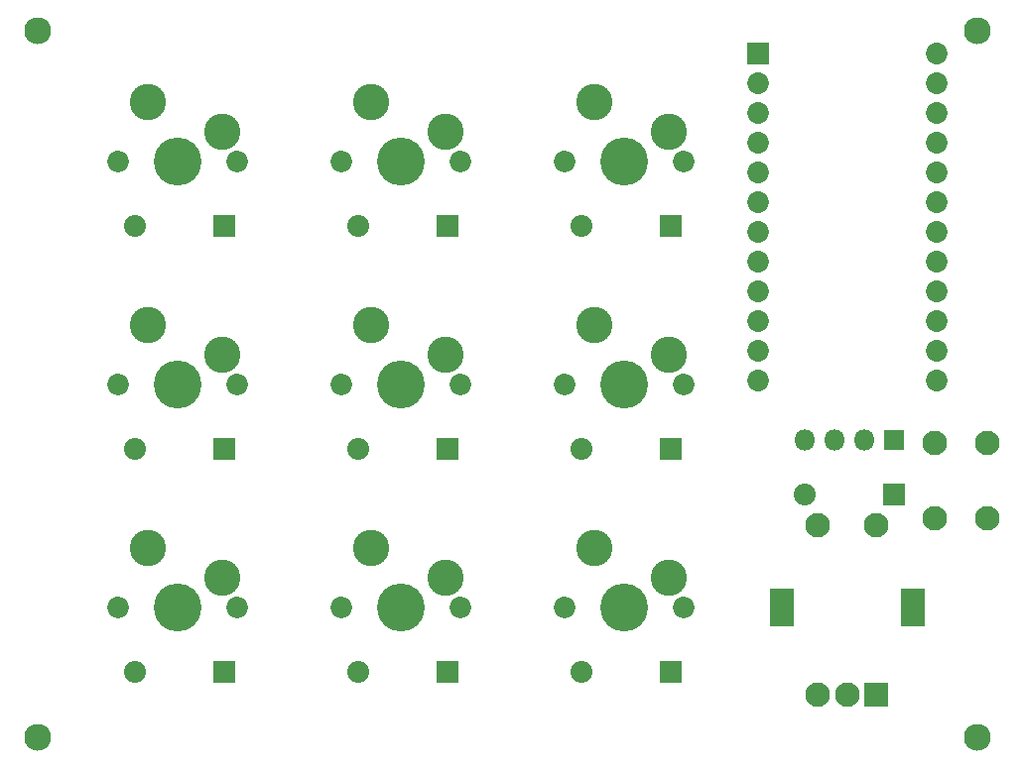
<source format=gbs>
G04 #@! TF.GenerationSoftware,KiCad,Pcbnew,(5.1.6-0-10_14)*
G04 #@! TF.CreationDate,2020-07-09T20:29:13-05:00*
G04 #@! TF.ProjectId,DoMo-pcb,446f4d6f-2d70-4636-922e-6b696361645f,rev?*
G04 #@! TF.SameCoordinates,Original*
G04 #@! TF.FileFunction,Soldermask,Bot*
G04 #@! TF.FilePolarity,Negative*
%FSLAX46Y46*%
G04 Gerber Fmt 4.6, Leading zero omitted, Abs format (unit mm)*
G04 Created by KiCad (PCBNEW (5.1.6-0-10_14)) date 2020-07-09 20:29:13*
%MOMM*%
%LPD*%
G01*
G04 APERTURE LIST*
%ADD10C,3.100000*%
%ADD11C,4.087800*%
%ADD12C,1.850000*%
%ADD13R,1.852600X1.852600*%
%ADD14C,1.852600*%
%ADD15R,2.100000X2.100000*%
%ADD16C,2.100000*%
%ADD17R,2.100000X3.300000*%
%ADD18O,1.800000X1.800000*%
%ADD19R,1.800000X1.800000*%
%ADD20C,2.300000*%
%ADD21R,1.878000X1.878000*%
%ADD22C,1.878000*%
G04 APERTURE END LIST*
D10*
X202247500Y-83026250D03*
D11*
X204787500Y-88106250D03*
D10*
X208597500Y-85566250D03*
D12*
X209867500Y-88106250D03*
X199707500Y-88106250D03*
D13*
X235267500Y-59848750D03*
D14*
X235267500Y-62388750D03*
X235267500Y-64928750D03*
X235267500Y-67468750D03*
X235267500Y-70008750D03*
X235267500Y-72548750D03*
X235267500Y-75088750D03*
X235267500Y-77628750D03*
X235267500Y-80168750D03*
X235267500Y-82708750D03*
X235267500Y-85248750D03*
X250507500Y-87788750D03*
X250507500Y-85248750D03*
X250507500Y-82708750D03*
X250507500Y-80168750D03*
X250507500Y-77628750D03*
X250507500Y-75088750D03*
X250507500Y-72548750D03*
X250507500Y-70008750D03*
X250507500Y-67468750D03*
X250507500Y-64928750D03*
X250507500Y-62388750D03*
X235267500Y-87788750D03*
X250507500Y-59848750D03*
D10*
X183197500Y-102076250D03*
D11*
X185737500Y-107156250D03*
D10*
X189547500Y-104616250D03*
D12*
X190817500Y-107156250D03*
X180657500Y-107156250D03*
D10*
X202247500Y-102076250D03*
D11*
X204787500Y-107156250D03*
D10*
X208597500Y-104616250D03*
D12*
X209867500Y-107156250D03*
X199707500Y-107156250D03*
D10*
X221297500Y-102076250D03*
D11*
X223837500Y-107156250D03*
D10*
X227647500Y-104616250D03*
D12*
X228917500Y-107156250D03*
X218757500Y-107156250D03*
D10*
X183197500Y-83026250D03*
D11*
X185737500Y-88106250D03*
D10*
X189547500Y-85566250D03*
D12*
X190817500Y-88106250D03*
X180657500Y-88106250D03*
D10*
X221297500Y-83026250D03*
D11*
X223837500Y-88106250D03*
D10*
X227647500Y-85566250D03*
D12*
X228917500Y-88106250D03*
X218757500Y-88106250D03*
D10*
X183197500Y-63976250D03*
D11*
X185737500Y-69056250D03*
D10*
X189547500Y-66516250D03*
D12*
X190817500Y-69056250D03*
X180657500Y-69056250D03*
D10*
X202247500Y-63976250D03*
D11*
X204787500Y-69056250D03*
D10*
X208597500Y-66516250D03*
D12*
X209867500Y-69056250D03*
X199707500Y-69056250D03*
D10*
X221297500Y-63976250D03*
D11*
X223837500Y-69056250D03*
D10*
X227647500Y-66516250D03*
D12*
X228917500Y-69056250D03*
X218757500Y-69056250D03*
D15*
X245387500Y-114656250D03*
D16*
X242887500Y-114656250D03*
X240387500Y-114656250D03*
D17*
X248487500Y-107156250D03*
X237287500Y-107156250D03*
D16*
X245387500Y-100156250D03*
X240387500Y-100156250D03*
X250342400Y-93093400D03*
X254842400Y-93093400D03*
X250342400Y-99593400D03*
X254842400Y-99593400D03*
D18*
X239236250Y-92868750D03*
X241776250Y-92868750D03*
X244316250Y-92868750D03*
D19*
X246856250Y-92868750D03*
D20*
X254000000Y-118268750D03*
X254000000Y-57943750D03*
X173831250Y-57943750D03*
X173831250Y-118268750D03*
D21*
X189706250Y-112712500D03*
D22*
X182086250Y-112712500D03*
D21*
X208756250Y-112712500D03*
D22*
X201136250Y-112712500D03*
D21*
X227806250Y-112712500D03*
D22*
X220186250Y-112712500D03*
X239268000Y-97510600D03*
D21*
X246888000Y-97510600D03*
X189706250Y-93662500D03*
D22*
X182086250Y-93662500D03*
X201136250Y-93662500D03*
D21*
X208756250Y-93662500D03*
D22*
X220186250Y-93662500D03*
D21*
X227806250Y-93662500D03*
X189706250Y-74612500D03*
D22*
X182086250Y-74612500D03*
X201136250Y-74612500D03*
D21*
X208756250Y-74612500D03*
D22*
X220186250Y-74612500D03*
D21*
X227806250Y-74612500D03*
M02*

</source>
